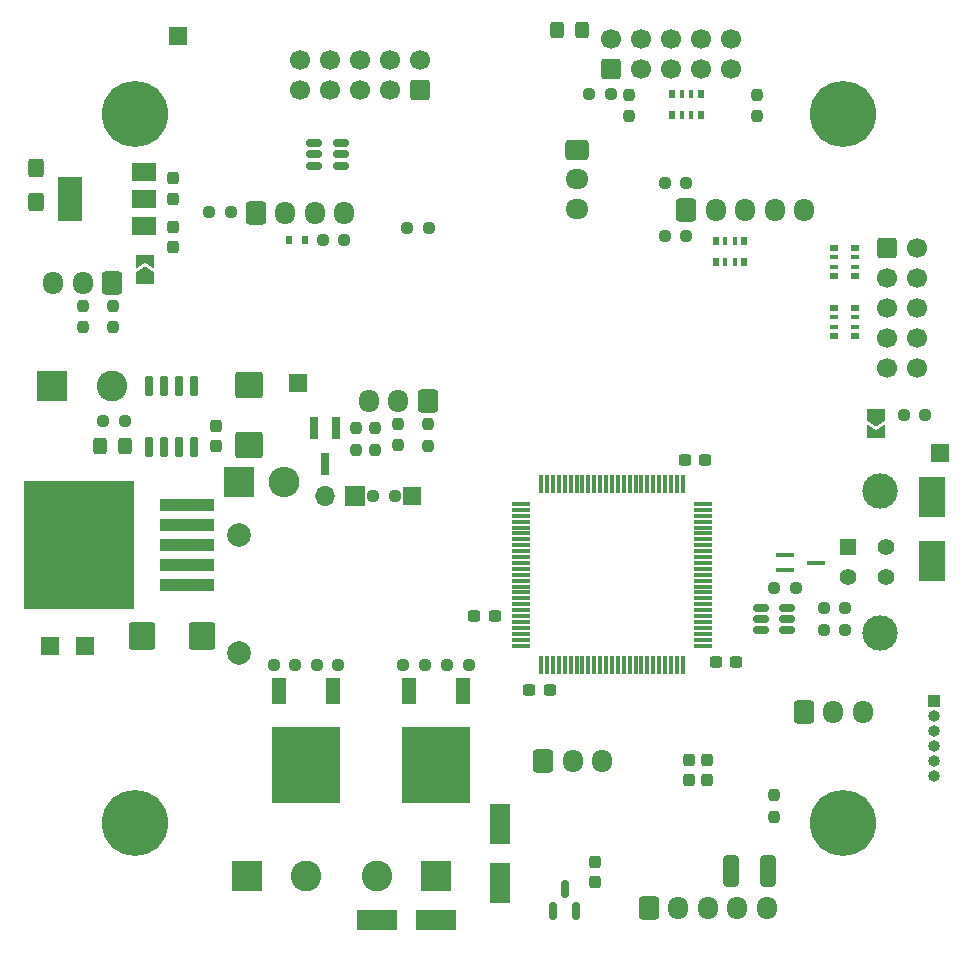
<source format=gbr>
%TF.GenerationSoftware,KiCad,Pcbnew,6.0.10*%
%TF.CreationDate,2023-01-12T17:29:40+03:00*%
%TF.ProjectId,nitrogen,6e697472-6f67-4656-9e2e-6b696361645f,rev?*%
%TF.SameCoordinates,Original*%
%TF.FileFunction,Soldermask,Bot*%
%TF.FilePolarity,Negative*%
%FSLAX46Y46*%
G04 Gerber Fmt 4.6, Leading zero omitted, Abs format (unit mm)*
G04 Created by KiCad (PCBNEW 6.0.10) date 2023-01-12 17:29:40*
%MOMM*%
%LPD*%
G01*
G04 APERTURE LIST*
G04 Aperture macros list*
%AMRoundRect*
0 Rectangle with rounded corners*
0 $1 Rounding radius*
0 $2 $3 $4 $5 $6 $7 $8 $9 X,Y pos of 4 corners*
0 Add a 4 corners polygon primitive as box body*
4,1,4,$2,$3,$4,$5,$6,$7,$8,$9,$2,$3,0*
0 Add four circle primitives for the rounded corners*
1,1,$1+$1,$2,$3*
1,1,$1+$1,$4,$5*
1,1,$1+$1,$6,$7*
1,1,$1+$1,$8,$9*
0 Add four rect primitives between the rounded corners*
20,1,$1+$1,$2,$3,$4,$5,0*
20,1,$1+$1,$4,$5,$6,$7,0*
20,1,$1+$1,$6,$7,$8,$9,0*
20,1,$1+$1,$8,$9,$2,$3,0*%
%AMFreePoly0*
4,1,6,1.000000,0.000000,0.500000,-0.750000,-0.500000,-0.750000,-0.500000,0.750000,0.500000,0.750000,1.000000,0.000000,1.000000,0.000000,$1*%
%AMFreePoly1*
4,1,6,0.500000,-0.750000,-0.650000,-0.750000,-0.150000,0.000000,-0.650000,0.750000,0.500000,0.750000,0.500000,-0.750000,0.500000,-0.750000,$1*%
G04 Aperture macros list end*
%ADD10R,1.400000X1.400000*%
%ADD11C,1.400000*%
%ADD12C,3.000000*%
%ADD13C,5.600000*%
%ADD14RoundRect,0.250000X-0.600000X-0.725000X0.600000X-0.725000X0.600000X0.725000X-0.600000X0.725000X0*%
%ADD15O,1.700000X1.950000*%
%ADD16C,2.600000*%
%ADD17R,2.600000X2.600000*%
%ADD18R,1.500000X1.500000*%
%ADD19O,2.600000X2.600000*%
%ADD20RoundRect,0.250000X-0.600000X-0.600000X0.600000X-0.600000X0.600000X0.600000X-0.600000X0.600000X0*%
%ADD21C,1.700000*%
%ADD22RoundRect,0.237500X-0.250000X-0.237500X0.250000X-0.237500X0.250000X0.237500X-0.250000X0.237500X0*%
%ADD23RoundRect,0.250000X0.600000X-0.600000X0.600000X0.600000X-0.600000X0.600000X-0.600000X-0.600000X0*%
%ADD24RoundRect,0.250000X0.600000X0.725000X-0.600000X0.725000X-0.600000X-0.725000X0.600000X-0.725000X0*%
%ADD25R,1.700000X1.700000*%
%ADD26O,1.700000X1.700000*%
%ADD27RoundRect,0.250000X-0.725000X0.600000X-0.725000X-0.600000X0.725000X-0.600000X0.725000X0.600000X0*%
%ADD28O,1.950000X1.700000*%
%ADD29C,2.000000*%
%ADD30R,1.500000X0.450000*%
%ADD31R,1.000000X1.000000*%
%ADD32O,1.000000X1.000000*%
%ADD33RoundRect,0.237500X0.250000X0.237500X-0.250000X0.237500X-0.250000X-0.237500X0.250000X-0.237500X0*%
%ADD34RoundRect,0.237500X-0.237500X0.250000X-0.237500X-0.250000X0.237500X-0.250000X0.237500X0.250000X0*%
%ADD35RoundRect,0.237500X-0.237500X0.300000X-0.237500X-0.300000X0.237500X-0.300000X0.237500X0.300000X0*%
%ADD36RoundRect,0.237500X0.300000X0.237500X-0.300000X0.237500X-0.300000X-0.237500X0.300000X-0.237500X0*%
%ADD37RoundRect,0.075000X-0.725000X-0.075000X0.725000X-0.075000X0.725000X0.075000X-0.725000X0.075000X0*%
%ADD38RoundRect,0.075000X-0.075000X-0.725000X0.075000X-0.725000X0.075000X0.725000X-0.075000X0.725000X0*%
%ADD39RoundRect,0.250000X0.925000X-0.875000X0.925000X0.875000X-0.925000X0.875000X-0.925000X-0.875000X0*%
%ADD40RoundRect,0.237500X0.237500X-0.250000X0.237500X0.250000X-0.237500X0.250000X-0.237500X-0.250000X0*%
%ADD41RoundRect,0.237500X0.237500X-0.300000X0.237500X0.300000X-0.237500X0.300000X-0.237500X-0.300000X0*%
%ADD42R,0.800000X0.500000*%
%ADD43R,0.800000X0.400000*%
%ADD44FreePoly0,90.000000*%
%ADD45FreePoly1,90.000000*%
%ADD46R,0.600000X0.700000*%
%ADD47R,2.000000X1.500000*%
%ADD48R,2.000000X3.800000*%
%ADD49R,0.800000X1.900000*%
%ADD50FreePoly0,270.000000*%
%ADD51FreePoly1,270.000000*%
%ADD52RoundRect,0.150000X0.150000X-0.587500X0.150000X0.587500X-0.150000X0.587500X-0.150000X-0.587500X0*%
%ADD53R,0.500000X0.800000*%
%ADD54R,0.400000X0.800000*%
%ADD55RoundRect,0.150000X0.150000X-0.725000X0.150000X0.725000X-0.150000X0.725000X-0.150000X-0.725000X0*%
%ADD56RoundRect,0.250000X0.875000X0.925000X-0.875000X0.925000X-0.875000X-0.925000X0.875000X-0.925000X0*%
%ADD57RoundRect,0.250000X0.400000X1.075000X-0.400000X1.075000X-0.400000X-1.075000X0.400000X-1.075000X0*%
%ADD58RoundRect,0.150000X0.512500X0.150000X-0.512500X0.150000X-0.512500X-0.150000X0.512500X-0.150000X0*%
%ADD59R,4.600000X1.100000*%
%ADD60R,9.400000X10.800000*%
%ADD61R,3.500000X1.800000*%
%ADD62RoundRect,0.250000X-0.325000X-0.450000X0.325000X-0.450000X0.325000X0.450000X-0.325000X0.450000X0*%
%ADD63RoundRect,0.250000X0.325000X0.450000X-0.325000X0.450000X-0.325000X-0.450000X0.325000X-0.450000X0*%
%ADD64RoundRect,0.250000X0.425000X-0.537500X0.425000X0.537500X-0.425000X0.537500X-0.425000X-0.537500X0*%
%ADD65R,1.200000X2.200000*%
%ADD66R,5.800000X6.400000*%
%ADD67R,1.800000X3.500000*%
%ADD68RoundRect,0.237500X-0.300000X-0.237500X0.300000X-0.237500X0.300000X0.237500X-0.300000X0.237500X0*%
%ADD69RoundRect,0.150000X-0.512500X-0.150000X0.512500X-0.150000X0.512500X0.150000X-0.512500X0.150000X0*%
%ADD70R,2.300000X3.500000*%
G04 APERTURE END LIST*
D10*
%TO.C,J8*%
X169417500Y-91650000D03*
D11*
X169417500Y-94150000D03*
X172617500Y-94150000D03*
X172617500Y-91650000D03*
D12*
X172127500Y-98920000D03*
X172127500Y-86880000D03*
%TD*%
D13*
%TO.C,H1*%
X169000000Y-55000000D03*
%TD*%
D14*
%TO.C,J15*%
X165658800Y-105613200D03*
D15*
X168158800Y-105613200D03*
X170658800Y-105613200D03*
%TD*%
D16*
%TO.C,J3*%
X123500000Y-119490000D03*
D17*
X118500000Y-119490000D03*
%TD*%
D18*
%TO.C,TP2*%
X122800000Y-77800000D03*
%TD*%
D17*
%TO.C,D12*%
X117805000Y-86166000D03*
D19*
X121615000Y-86166000D03*
%TD*%
D14*
%TO.C,J9*%
X152500000Y-122200000D03*
D15*
X155000000Y-122200000D03*
X157500000Y-122200000D03*
X160000000Y-122200000D03*
X162500000Y-122200000D03*
%TD*%
D20*
%TO.C,J11*%
X172647500Y-66320000D03*
D21*
X175187500Y-66320000D03*
X172647500Y-68860000D03*
X175187500Y-68860000D03*
X172647500Y-71400000D03*
X175187500Y-71400000D03*
X172647500Y-73940000D03*
X175187500Y-73940000D03*
X172647500Y-76480000D03*
X175187500Y-76480000D03*
%TD*%
D22*
%TO.C,R13*%
X164943800Y-95148400D03*
X163118800Y-95148400D03*
%TD*%
D18*
%TO.C,TP6*%
X112623600Y-48412400D03*
%TD*%
D14*
%TO.C,J6*%
X119233500Y-63359000D03*
D15*
X121733500Y-63359000D03*
X124233500Y-63359000D03*
X126733500Y-63359000D03*
%TD*%
D23*
%TO.C,J4*%
X133110000Y-52960000D03*
D21*
X133110000Y-50420000D03*
X130570000Y-52960000D03*
X130570000Y-50420000D03*
X128030000Y-52960000D03*
X128030000Y-50420000D03*
X125490000Y-52960000D03*
X125490000Y-50420000D03*
X122950000Y-52960000D03*
X122950000Y-50420000D03*
%TD*%
D24*
%TO.C,J5*%
X133800000Y-79300000D03*
D15*
X131300000Y-79300000D03*
X128800000Y-79300000D03*
%TD*%
D18*
%TO.C,TP1*%
X177200000Y-83700000D03*
%TD*%
D25*
%TO.C,J16*%
X127650000Y-87300000D03*
D26*
X125110000Y-87300000D03*
%TD*%
D17*
%TO.C,J13*%
X102031000Y-77982000D03*
D16*
X107031000Y-77982000D03*
%TD*%
D27*
%TO.C,J1*%
X146400000Y-58000000D03*
D28*
X146400000Y-60500000D03*
X146400000Y-63000000D03*
%TD*%
D17*
%TO.C,J2*%
X134500000Y-119500000D03*
D16*
X129500000Y-119500000D03*
%TD*%
D18*
%TO.C,TP4*%
X104800000Y-100000000D03*
%TD*%
D23*
%TO.C,J10*%
X149320000Y-51152500D03*
D21*
X149320000Y-48612500D03*
X151860000Y-51152500D03*
X151860000Y-48612500D03*
X154400000Y-51152500D03*
X154400000Y-48612500D03*
X156940000Y-51152500D03*
X156940000Y-48612500D03*
X159480000Y-51152500D03*
X159480000Y-48612500D03*
%TD*%
D13*
%TO.C,H3*%
X109000000Y-115000000D03*
%TD*%
%TO.C,H4*%
X169000000Y-115000000D03*
%TD*%
D18*
%TO.C,TP3*%
X101800000Y-100000000D03*
%TD*%
%TO.C,TP5*%
X132500000Y-87300000D03*
%TD*%
D14*
%TO.C,J18*%
X155700000Y-63100000D03*
D15*
X158200000Y-63100000D03*
X160700000Y-63100000D03*
X163200000Y-63100000D03*
X165700000Y-63100000D03*
%TD*%
D14*
%TO.C,J14*%
X143600000Y-109800000D03*
D15*
X146100000Y-109800000D03*
X148600000Y-109800000D03*
%TD*%
D29*
%TO.C,L1*%
X117785000Y-100611000D03*
X117785000Y-90611000D03*
%TD*%
D30*
%TO.C,Q5*%
X164024000Y-93614000D03*
X164024000Y-92314000D03*
X166684000Y-92964000D03*
%TD*%
D31*
%TO.C,J7*%
X176631600Y-104648000D03*
D32*
X176631600Y-105918000D03*
X176631600Y-107188000D03*
X176631600Y-108458000D03*
X176631600Y-109728000D03*
X176631600Y-110998000D03*
%TD*%
D13*
%TO.C,H2*%
X109000000Y-55000000D03*
%TD*%
D24*
%TO.C,J12*%
X107100000Y-69300000D03*
D15*
X104600000Y-69300000D03*
X102100000Y-69300000D03*
%TD*%
D33*
%TO.C,R8*%
X133551300Y-101600000D03*
X131726300Y-101600000D03*
%TD*%
D22*
%TO.C,R54*%
X124919100Y-65684400D03*
X126744100Y-65684400D03*
%TD*%
D34*
%TO.C,R44*%
X163100000Y-112661900D03*
X163100000Y-114486900D03*
%TD*%
D35*
%TO.C,C4*%
X147980400Y-118315400D03*
X147980400Y-120040400D03*
%TD*%
D36*
%TO.C,C7*%
X157275700Y-84277200D03*
X155550700Y-84277200D03*
%TD*%
D33*
%TO.C,R2*%
X122578500Y-101600000D03*
X120753500Y-101600000D03*
%TD*%
D37*
%TO.C,U4*%
X141725000Y-100000000D03*
X141725000Y-99500000D03*
X141725000Y-99000000D03*
X141725000Y-98500000D03*
X141725000Y-98000000D03*
X141725000Y-97500000D03*
X141725000Y-97000000D03*
X141725000Y-96500000D03*
X141725000Y-96000000D03*
X141725000Y-95500000D03*
X141725000Y-95000000D03*
X141725000Y-94500000D03*
X141725000Y-94000000D03*
X141725000Y-93500000D03*
X141725000Y-93000000D03*
X141725000Y-92500000D03*
X141725000Y-92000000D03*
X141725000Y-91500000D03*
X141725000Y-91000000D03*
X141725000Y-90500000D03*
X141725000Y-90000000D03*
X141725000Y-89500000D03*
X141725000Y-89000000D03*
X141725000Y-88500000D03*
X141725000Y-88000000D03*
D38*
X143400000Y-86325000D03*
X143900000Y-86325000D03*
X144400000Y-86325000D03*
X144900000Y-86325000D03*
X145400000Y-86325000D03*
X145900000Y-86325000D03*
X146400000Y-86325000D03*
X146900000Y-86325000D03*
X147400000Y-86325000D03*
X147900000Y-86325000D03*
X148400000Y-86325000D03*
X148900000Y-86325000D03*
X149400000Y-86325000D03*
X149900000Y-86325000D03*
X150400000Y-86325000D03*
X150900000Y-86325000D03*
X151400000Y-86325000D03*
X151900000Y-86325000D03*
X152400000Y-86325000D03*
X152900000Y-86325000D03*
X153400000Y-86325000D03*
X153900000Y-86325000D03*
X154400000Y-86325000D03*
X154900000Y-86325000D03*
X155400000Y-86325000D03*
D37*
X157075000Y-88000000D03*
X157075000Y-88500000D03*
X157075000Y-89000000D03*
X157075000Y-89500000D03*
X157075000Y-90000000D03*
X157075000Y-90500000D03*
X157075000Y-91000000D03*
X157075000Y-91500000D03*
X157075000Y-92000000D03*
X157075000Y-92500000D03*
X157075000Y-93000000D03*
X157075000Y-93500000D03*
X157075000Y-94000000D03*
X157075000Y-94500000D03*
X157075000Y-95000000D03*
X157075000Y-95500000D03*
X157075000Y-96000000D03*
X157075000Y-96500000D03*
X157075000Y-97000000D03*
X157075000Y-97500000D03*
X157075000Y-98000000D03*
X157075000Y-98500000D03*
X157075000Y-99000000D03*
X157075000Y-99500000D03*
X157075000Y-100000000D03*
D38*
X155400000Y-101675000D03*
X154900000Y-101675000D03*
X154400000Y-101675000D03*
X153900000Y-101675000D03*
X153400000Y-101675000D03*
X152900000Y-101675000D03*
X152400000Y-101675000D03*
X151900000Y-101675000D03*
X151400000Y-101675000D03*
X150900000Y-101675000D03*
X150400000Y-101675000D03*
X149900000Y-101675000D03*
X149400000Y-101675000D03*
X148900000Y-101675000D03*
X148400000Y-101675000D03*
X147900000Y-101675000D03*
X147400000Y-101675000D03*
X146900000Y-101675000D03*
X146400000Y-101675000D03*
X145900000Y-101675000D03*
X145400000Y-101675000D03*
X144900000Y-101675000D03*
X144400000Y-101675000D03*
X143900000Y-101675000D03*
X143400000Y-101675000D03*
%TD*%
D39*
%TO.C,C15*%
X118674000Y-83001000D03*
X118674000Y-77901000D03*
%TD*%
D40*
%TO.C,R22*%
X161645600Y-55166900D03*
X161645600Y-53341900D03*
%TD*%
D22*
%TO.C,R17*%
X115317900Y-63296800D03*
X117142900Y-63296800D03*
%TD*%
D41*
%TO.C,C22*%
X112250000Y-62162500D03*
X112250000Y-60437500D03*
%TD*%
D33*
%TO.C,R38*%
X108156500Y-80959000D03*
X106331500Y-80959000D03*
%TD*%
D40*
%TO.C,R47*%
X104597200Y-73048500D03*
X104597200Y-71223500D03*
%TD*%
D33*
%TO.C,R26*%
X149312500Y-53300000D03*
X147487500Y-53300000D03*
%TD*%
D42*
%TO.C,RN3*%
X170000000Y-71400000D03*
D43*
X170000000Y-72200000D03*
X170000000Y-73000000D03*
D42*
X170000000Y-73800000D03*
X168200000Y-73800000D03*
D43*
X168200000Y-73000000D03*
X168200000Y-72200000D03*
D42*
X168200000Y-71400000D03*
%TD*%
D44*
%TO.C,JP5*%
X109829600Y-68847800D03*
D45*
X109829600Y-67397800D03*
%TD*%
D46*
%TO.C,D8*%
X123432800Y-65659000D03*
X122032800Y-65659000D03*
%TD*%
D22*
%TO.C,R3*%
X124411100Y-101600000D03*
X126236100Y-101600000D03*
%TD*%
%TO.C,R46*%
X153887500Y-65300000D03*
X155712500Y-65300000D03*
%TD*%
D47*
%TO.C,U8*%
X109800000Y-59900000D03*
X109800000Y-62200000D03*
D48*
X103500000Y-62200000D03*
D47*
X109800000Y-64500000D03*
%TD*%
D49*
%TO.C,Q6*%
X124150000Y-81600000D03*
X126050000Y-81600000D03*
X125100000Y-84600000D03*
%TD*%
D33*
%TO.C,R18*%
X169162100Y-96774000D03*
X167337100Y-96774000D03*
%TD*%
D42*
%TO.C,RN5*%
X168200000Y-68700000D03*
D43*
X168200000Y-67900000D03*
X168200000Y-67100000D03*
D42*
X168200000Y-66300000D03*
X170000000Y-66300000D03*
D43*
X170000000Y-67100000D03*
X170000000Y-67900000D03*
D42*
X170000000Y-68700000D03*
%TD*%
D50*
%TO.C,JP2*%
X171717500Y-80492200D03*
D51*
X171717500Y-81942200D03*
%TD*%
D52*
%TO.C,D7*%
X146350000Y-122437500D03*
X144450000Y-122437500D03*
X145400000Y-120562500D03*
%TD*%
D22*
%TO.C,R9*%
X135434700Y-101600000D03*
X137259700Y-101600000D03*
%TD*%
D53*
%TO.C,RN1*%
X160600000Y-67500000D03*
D54*
X159800000Y-67500000D03*
X159000000Y-67500000D03*
D53*
X158200000Y-67500000D03*
X158200000Y-65700000D03*
D54*
X159000000Y-65700000D03*
X159800000Y-65700000D03*
D53*
X160600000Y-65700000D03*
%TD*%
D36*
%TO.C,C10*%
X139462500Y-97500000D03*
X137737500Y-97500000D03*
%TD*%
D55*
%TO.C,Q8*%
X113975000Y-83153000D03*
X112705000Y-83153000D03*
X111435000Y-83153000D03*
X110165000Y-83153000D03*
X110165000Y-78003000D03*
X111435000Y-78003000D03*
X112705000Y-78003000D03*
X113975000Y-78003000D03*
%TD*%
D56*
%TO.C,C18*%
X114700000Y-99150000D03*
X109600000Y-99150000D03*
%TD*%
D33*
%TO.C,R27*%
X155700100Y-60858400D03*
X153875100Y-60858400D03*
%TD*%
D57*
%TO.C,R19*%
X162600000Y-119100000D03*
X159500000Y-119100000D03*
%TD*%
D40*
%TO.C,R43*%
X131318000Y-83054200D03*
X131318000Y-81229200D03*
%TD*%
D41*
%TO.C,C13*%
X155905200Y-111403300D03*
X155905200Y-109678300D03*
%TD*%
D58*
%TO.C,U2*%
X164256300Y-96789200D03*
X164256300Y-97739200D03*
X164256300Y-98689200D03*
X161981300Y-98689200D03*
X161981300Y-97739200D03*
X161981300Y-96789200D03*
%TD*%
D59*
%TO.C,U6*%
X113400000Y-88100000D03*
X113400000Y-89800000D03*
D60*
X104250000Y-91500000D03*
D59*
X113400000Y-91500000D03*
X113400000Y-93200000D03*
X113400000Y-94900000D03*
%TD*%
D61*
%TO.C,D3*%
X134500000Y-123200000D03*
X129500000Y-123200000D03*
%TD*%
D40*
%TO.C,R21*%
X150876000Y-55166900D03*
X150876000Y-53341900D03*
%TD*%
D34*
%TO.C,R10*%
X129300000Y-81587500D03*
X129300000Y-83412500D03*
%TD*%
D40*
%TO.C,R42*%
X133807200Y-83056100D03*
X133807200Y-81231100D03*
%TD*%
D35*
%TO.C,C20*%
X112250000Y-64537500D03*
X112250000Y-66262500D03*
%TD*%
D62*
%TO.C,D11*%
X106092000Y-83118000D03*
X108142000Y-83118000D03*
%TD*%
D63*
%TO.C,L2*%
X146825000Y-47900000D03*
X144775000Y-47900000D03*
%TD*%
D33*
%TO.C,R15*%
X169162100Y-98704400D03*
X167337100Y-98704400D03*
%TD*%
D64*
%TO.C,C21*%
X100650000Y-62475000D03*
X100650000Y-59600000D03*
%TD*%
D65*
%TO.C,Q4*%
X132220000Y-103800000D03*
D66*
X134500000Y-110100000D03*
D65*
X136780000Y-103800000D03*
%TD*%
D40*
%TO.C,R45*%
X107137200Y-73048500D03*
X107137200Y-71223500D03*
%TD*%
D65*
%TO.C,Q1*%
X121220000Y-103800000D03*
D66*
X123500000Y-110100000D03*
D65*
X125780000Y-103800000D03*
%TD*%
D22*
%TO.C,R20*%
X174087500Y-80500000D03*
X175912500Y-80500000D03*
%TD*%
D67*
%TO.C,D4*%
X139900000Y-120100000D03*
X139900000Y-115100000D03*
%TD*%
D68*
%TO.C,C11*%
X142393500Y-103759000D03*
X144118500Y-103759000D03*
%TD*%
%TO.C,C5*%
X158192300Y-101371400D03*
X159917300Y-101371400D03*
%TD*%
D33*
%TO.C,R40*%
X131012500Y-87300000D03*
X129187500Y-87300000D03*
%TD*%
D69*
%TO.C,D9*%
X124162500Y-59350000D03*
X124162500Y-58400000D03*
X124162500Y-57450000D03*
X126437500Y-57450000D03*
X126437500Y-58400000D03*
X126437500Y-59350000D03*
%TD*%
D40*
%TO.C,R12*%
X127700000Y-83412500D03*
X127700000Y-81587500D03*
%TD*%
D53*
%TO.C,RN4*%
X156900000Y-55100000D03*
D54*
X156100000Y-55100000D03*
X155300000Y-55100000D03*
D53*
X154500000Y-55100000D03*
X154500000Y-53300000D03*
D54*
X155300000Y-53300000D03*
X156100000Y-53300000D03*
D53*
X156900000Y-53300000D03*
%TD*%
D33*
%TO.C,R16*%
X133908800Y-64668400D03*
X132083800Y-64668400D03*
%TD*%
D41*
%TO.C,C14*%
X115880000Y-83091500D03*
X115880000Y-81366500D03*
%TD*%
D70*
%TO.C,D5*%
X176500000Y-87400000D03*
X176500000Y-92800000D03*
%TD*%
D41*
%TO.C,C12*%
X157480000Y-111403300D03*
X157480000Y-109678300D03*
%TD*%
M02*

</source>
